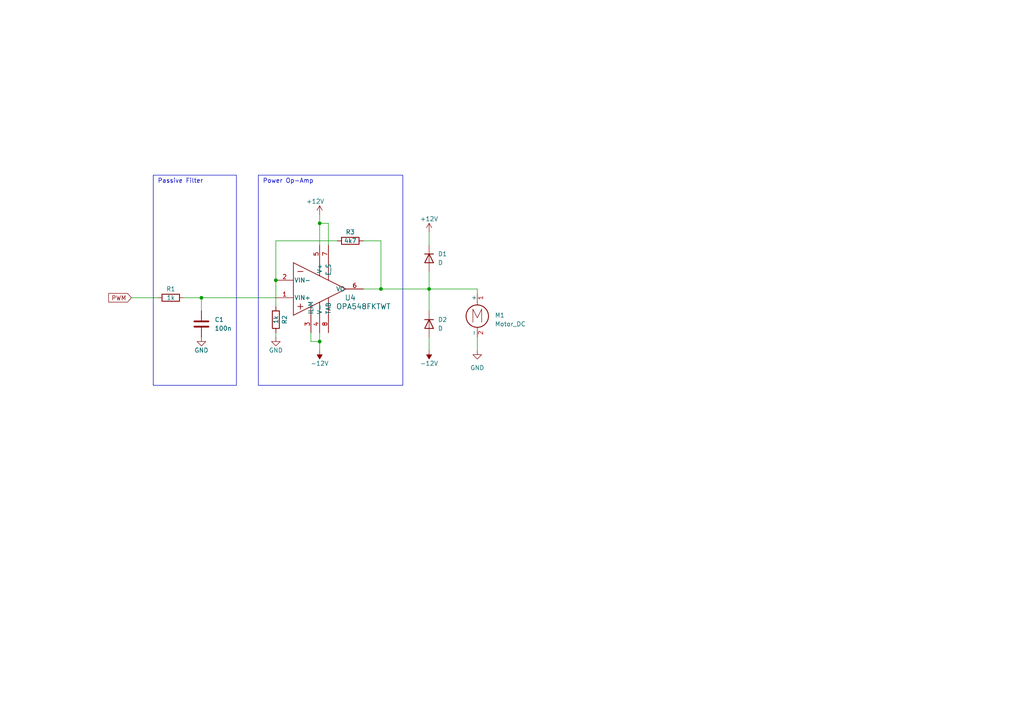
<source format=kicad_sch>
(kicad_sch (version 20230121) (generator eeschema)
  (paper "A4")
  (lib_symbols
    (symbol "Device:C" (pin_numbers hide) (pin_names (offset 0.254))
      (property "Reference" "C" (at 0.635 2.54 0))
      (property "Value" "C" (at 0.635 -2.54 0))
      (symbol "C_0_1"
        (polyline (pts (xy -2.032 -0.762) (xy 2.032 -0.762)) (stroke (width 0.508)))
        (polyline (pts (xy -2.032 0.762) (xy 2.032 0.762)) (stroke (width 0.508)))
      )
      (symbol "C_1_1"
        (pin passive line (at 0 3.81 270) (length 2.794) (name "~") (number "1"))
        (pin passive line (at 0 -3.81 90) (length 2.794) (name "~") (number "2"))
      )
    )
    (symbol "Device:D" (pin_numbers hide) (pin_names (offset 1.016) hide)
      (property "Reference" "D" (at 0 2.54 0))
      (property "Value" "D" (at 0 -2.54 0))
      (symbol "D_0_1"
        (polyline (pts (xy -1.27 1.27) (xy -1.27 -1.27)) (stroke (width 0.254)))
        (polyline (pts (xy 1.27 0) (xy -1.27 0)))
        (polyline (pts (xy 1.27 1.27) (xy 1.27 -1.27) (xy -1.27 0) (xy 1.27 1.27)) (stroke (width 0.254)))
      )
      (symbol "D_1_1"
        (pin passive line (at -3.81 0 0) (length 2.54) (name "K") (number "1"))
        (pin passive line (at 3.81 0 180) (length 2.54) (name "A") (number "2"))
      )
    )
    (symbol "Device:R" (pin_numbers hide) (pin_names (offset 0))
      (property "Reference" "R" (at 2.032 0 90))
      (property "Value" "R" (at 0 0 90))
      (symbol "R_0_1"
        (rectangle (start -1.016 -2.54) (end 1.016 2.54) (stroke (width 0.254)))
      )
      (symbol "R_1_1"
        (pin passive line (at 0 3.81 270) (length 1.27) (name "~") (number "1"))
        (pin passive line (at 0 -3.81 90) (length 1.27) (name "~") (number "2"))
      )
    )
    (symbol "Motor:Motor_DC" (pin_names (offset 0))
      (property "Reference" "M" (at 2.54 2.54 0))
      (property "Value" "Motor_DC" (at 2.54 -5.08 0))
      (symbol "Motor_DC_0_0"
        (polyline (pts (xy -1.27 -3.302) (xy -1.27 0.508) (xy 0 -2.032) (xy 1.27 0.508) (xy 1.27 -3.302)))
      )
      (symbol "Motor_DC_0_1"
        (circle (center 0 -1.524) (radius 3.2512) (stroke (width 0.254)))
        (polyline (pts (xy 0 -7.62) (xy 0 -7.112)))
        (polyline (pts (xy 0 -4.7752) (xy 0 -5.1816)))
        (polyline (pts (xy 0 1.7272) (xy 0 2.0828)))
        (polyline (pts (xy 0 2.032) (xy 0 2.54)))
      )
      (symbol "Motor_DC_1_1"
        (pin passive line (at 0 5.08 270) (length 2.54) (name "+") (number "1"))
        (pin passive line (at 0 -7.62 90) (length 2.54) (name "-") (number "2"))
      )
    )
    (symbol "OPA548:OPA548FKTWT" (pin_names (offset 0.254))
      (property "Reference" "U4" (at 8.89 -2.54 0))
      (property "Value" "OPA548FKTWT" (at 12.7 -5.08 0))
      (symbol "OPA548FKTWT_0_1"
        (polyline (pts (xy -7.62 -7.62) (xy -7.62 7.62)) (stroke (width 0.2032)))
        (polyline (pts (xy -7.62 7.62) (xy 7.62 0)) (stroke (width 0.2032)))
        (polyline (pts (xy -6.35 -5.08) (xy -4.826 -5.08)) (stroke (width 0.2032)))
        (polyline (pts (xy -6.35 5.08) (xy -4.826 5.08)) (stroke (width 0.2032)))
        (polyline (pts (xy -5.588 -4.318) (xy -5.588 -5.842)) (stroke (width 0.2032)))
        (polyline (pts (xy -2.54 -5.08) (xy -2.54 -7.62)) (stroke (width 0.2032)))
        (polyline (pts (xy 0 -3.81) (xy 0 -7.62)) (stroke (width 0.2032)))
        (polyline (pts (xy 0 7.62) (xy 0 3.81)) (stroke (width 0.2032)))
        (polyline (pts (xy 2.54 -2.54) (xy 2.54 -7.62)) (stroke (width 0.2032)))
        (polyline (pts (xy 2.54 7.62) (xy 2.54 2.54)) (stroke (width 0.2032)))
        (polyline (pts (xy 7.62 0) (xy -7.62 -7.62)) (stroke (width 0.2032)))
        (pin input line (at -12.7 -2.54 0) (length 5.08) (name "VIN+") (number "1"))
        (pin input line (at -12.7 2.54 0) (length 5.08) (name "VIN-") (number "2"))
        (pin input line (at -2.54 -12.7 90) (length 5.08) (name "ILIM") (number "3"))
        (pin power_in line (at 0 -12.7 90) (length 5.08) (name "V-") (number "4"))
        (pin power_in line (at 0 12.7 270) (length 5.08) (name "V+") (number "5"))
        (pin output line (at 12.7 0 180) (length 5.08) (name "VO") (number "6"))
        (pin input line (at 2.54 12.7 270) (length 5.08) (name "E_S") (number "7"))
        (pin power_in line (at 2.54 -12.7 90) (length 5.08) (name "TAB") (number "8"))
      )
    )
    (symbol "power:+12V" (power) (pin_names (offset 0))
      (property "Value" "+12V" (at 0 3.556 0))
      (symbol "+12V_0_1"
        (polyline (pts (xy -0.762 1.27) (xy 0 2.54)))
        (polyline (pts (xy 0 0) (xy 0 2.54)))
        (polyline (pts (xy 0 2.54) (xy 0.762 1.27)))
      )
      (symbol "+12V_1_1"
        (pin power_in line (at 0 0 90) (length 0) hide (name "+12V") (number "1"))
      )
    )
    (symbol "power:-12V" (power) (pin_names (offset 0))
      (property "Value" "-12V" (at 0 3.81 0))
      (symbol "-12V_0_0"
        (pin power_in line (at 0 0 90) (length 0) hide (name "-12V") (number "1"))
      )
      (symbol "-12V_0_1"
        (polyline (pts (xy 0 0) (xy 0 1.27) (xy 0.762 1.27) (xy 0 2.54) (xy -0.762 1.27) (xy 0 1.27)) (fill (type outline)))
      )
    )
    (symbol "power:GND" (power) (pin_names (offset 0))
      (property "Value" "GND" (at 0 -3.81 0))
      (symbol "GND_0_1"
        (polyline (pts (xy 0 0) (xy 0 -1.27) (xy 1.27 -1.27) (xy 0 -2.54) (xy -1.27 -1.27) (xy 0 -1.27)))
      )
      (symbol "GND_1_1"
        (pin power_in line (at 0 0 270) (length 0) hide (name "GND") (number "1"))
      )
    )
  )
  (junction (at 124.46 83.82))
  (junction (at 110.49 83.82))
  (junction (at 58.42 86.36))
  (junction (at 92.71 64.77))
  (junction (at 80.01 81.28))
  (junction (at 92.71 99.06))
  (wire (pts (xy 110.49 83.82) (xy 124.46 83.82)))
  (wire (pts (xy 95.25 71.12) (xy 95.25 64.77)))
  (wire (pts (xy 138.43 97.79) (xy 138.43 101.6)))
  (wire (pts (xy 124.46 67.31) (xy 124.46 71.12)))
  (wire (pts (xy 58.42 86.36) (xy 58.42 90.17)))
  (wire (pts (xy 58.42 86.36) (xy 80.01 86.36)))
  (wire (pts (xy 138.43 85.09) (xy 138.43 83.82)))
  (wire (pts (xy 90.17 96.52) (xy 90.17 99.06)))
  (wire (pts (xy 53.34 86.36) (xy 58.42 86.36)))
  (wire (pts (xy 124.46 90.17) (xy 124.46 83.82)))
  (wire (pts (xy 124.46 78.74) (xy 124.46 83.82)))
  (wire (pts (xy 80.01 69.85) (xy 97.79 69.85)))
  (wire (pts (xy 110.49 69.85) (xy 110.49 83.82)))
  (wire (pts (xy 92.71 64.77) (xy 92.71 71.12)))
  (wire (pts (xy 124.46 97.79) (xy 124.46 101.6)))
  (wire (pts (xy 90.17 99.06) (xy 92.71 99.06)))
  (wire (pts (xy 80.01 81.28) (xy 80.01 69.85)))
  (wire (pts (xy 92.71 99.06) (xy 92.71 101.6)))
  (wire (pts (xy 38.1 86.36) (xy 45.72 86.36)))
  (wire (pts (xy 92.71 96.52) (xy 92.71 99.06)))
  (wire (pts (xy 110.49 83.82) (xy 105.41 83.82)))
  (wire (pts (xy 105.41 69.85) (xy 110.49 69.85)))
  (wire (pts (xy 95.25 64.77) (xy 92.71 64.77)))
  (wire (pts (xy 124.46 83.82) (xy 138.43 83.82)))
  (wire (pts (xy 80.01 96.52) (xy 80.01 97.79)))
  (wire (pts (xy 80.01 81.28) (xy 80.01 88.9)))
  (wire (pts (xy 92.71 62.23) (xy 92.71 64.77)))
  (rectangle (start 44.45 50.8) (end 68.58 111.76))
  (rectangle (start 74.93 50.8) (end 116.84 111.76))
  (text "Power Op-Amp" (at 76.2 53.34 0) (effects (font (size 1.27 1.27)) (justify left bottom)))
  (text "Passive Filter" (at 45.72 53.34 0) (effects (font (size 1.27 1.27)) (justify left bottom)))
  (global_label "PWM" (shape input) (at 38.1 86.36 180) (property "Intersheetrefs" "${INTERSHEET_REFS}" (effects hide)))
  (symbol (lib_id "Device:R") (at 80.01 92.71 0) (unit 1)
    (property "Reference" "R2" (at 82.55 92.71 90))
    (property "Value" "1k" (at 80.01 92.71 90))
  )
  (symbol (lib_id "power:-12V") (at 92.71 101.6 180) (unit 1)
    (property "Reference" "#PWR09" (effects hide))
    (property "Value" "-12V" (at 92.71 105.41 0))
  )
  (symbol (lib_id "Device:D") (at 124.46 93.98 270) (unit 1)
    (property "Reference" "D2" (at 127 92.71 90) (effects (justify left)))
    (property "Value" "D" (at 127 95.25 90) (effects (justify left)))
    (property "Sim.Device" "D" (effects hide))
    (property "Sim.Pins" "1=K 2=A" (effects hide))
  )
  (symbol (lib_id "Device:R") (at 101.6 69.85 90) (unit 1)
    (property "Reference" "R3" (at 101.6 67.31 90))
    (property "Value" "4k7" (at 101.6 69.85 90))
  )
  (symbol (lib_id "Device:C") (at 58.42 93.98 0) (unit 1)
    (property "Reference" "C1" (at 62.23 92.71 0) (effects (justify left)))
    (property "Value" "100n" (at 62.23 95.25 0) (effects (justify left)))
  )
  (symbol (lib_id "power:+12V") (at 92.71 62.23 0) (unit 1)
    (property "Reference" "#PWR08" (effects hide))
    (property "Value" "+12V" (at 91.44 58.42 0))
  )
  (symbol (lib_id "power:GND") (at 58.42 97.79 0) (unit 1)
    (property "Reference" "#PWR01" (effects hide))
    (property "Value" "GND" (at 58.42 101.6 0))
  )
  (symbol (lib_id "power:+12V") (at 124.46 67.31 0) (unit 1)
    (property "Reference" "#PWR010" (effects hide))
    (property "Value" "+12V" (at 124.46 63.5 0))
  )
  (symbol (lib_id "power:GND") (at 80.01 97.79 0) (unit 1)
    (property "Reference" "#PWR02" (effects hide))
    (property "Value" "GND" (at 80.01 101.6 0))
  )
  (symbol (lib_id "Motor:Motor_DC") (at 138.43 90.17 0) (unit 1)
    (property "Reference" "M1" (at 143.51 91.44 0) (effects (justify left)))
    (property "Value" "Motor_DC" (at 143.51 93.98 0) (effects (justify left)))
  )
  (symbol (lib_id "Device:R") (at 49.53 86.36 90) (unit 1)
    (property "Reference" "R1" (at 49.53 83.82 90))
    (property "Value" "1k" (at 49.53 86.36 90))
  )
  (symbol (lib_id "OPA548:OPA548FKTWT") (at 92.71 83.82 0) (unit 1)
    (property "Reference" "U4" (at 101.6 86.36 0) (effects (font (size 1.524 1.524))))
    (property "Value" "OPA548FKTWT" (at 105.41 88.9 0) (effects (font (size 1.524 1.524))))
    (property "Footprint" "KTW0007A" (effects hide))
    (property "Datasheet" "OPA548FKTWT" (effects hide))
  )
  (symbol (lib_id "power:GND") (at 138.43 101.6 0) (unit 1)
    (property "Reference" "#PWR012" (effects hide))
    (property "Value" "GND" (at 138.43 106.68 0))
  )
  (symbol (lib_id "power:-12V") (at 124.46 101.6 180) (unit 1)
    (property "Reference" "#PWR011" (effects hide))
    (property "Value" "-12V" (at 124.46 105.41 0))
  )
  (symbol (lib_id "Device:D") (at 124.46 74.93 270) (unit 1)
    (property "Reference" "D1" (at 127 73.66 90) (effects (justify left)))
    (property "Value" "D" (at 127 76.2 90) (effects (justify left)))
    (property "Sim.Device" "D" (effects hide))
    (property "Sim.Pins" "1=K 2=A" (effects hide))
  )
)
</source>
